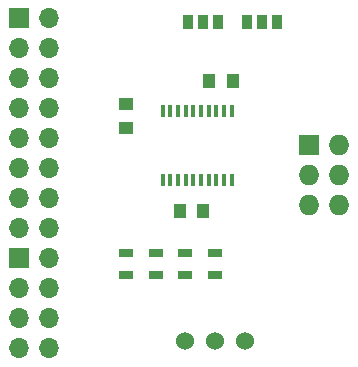
<source format=gbr>
G04 #@! TF.FileFunction,Soldermask,Top*
%FSLAX46Y46*%
G04 Gerber Fmt 4.6, Leading zero omitted, Abs format (unit mm)*
G04 Created by KiCad (PCBNEW 4.0.7-e2-6376~58~ubuntu16.04.1) date Mon Jan  7 01:20:08 2019*
%MOMM*%
%LPD*%
G01*
G04 APERTURE LIST*
%ADD10C,0.100000*%
%ADD11R,1.000000X1.250000*%
%ADD12R,1.250000X1.000000*%
%ADD13R,0.970000X1.270000*%
%ADD14R,1.700000X1.700000*%
%ADD15O,1.700000X1.700000*%
%ADD16R,1.300000X0.700000*%
%ADD17R,0.400000X1.000000*%
%ADD18R,1.727200X1.727200*%
%ADD19O,1.727200X1.727200*%
%ADD20C,1.524000*%
G04 APERTURE END LIST*
D10*
D11*
X180500000Y-98000000D03*
X182500000Y-98000000D03*
X180000000Y-109000000D03*
X178000000Y-109000000D03*
D12*
X173500000Y-100000000D03*
X173500000Y-102000000D03*
D13*
X186270000Y-93000000D03*
X185000000Y-93000000D03*
X183730000Y-93000000D03*
X181270000Y-93000000D03*
X180000000Y-93000000D03*
X178730000Y-93000000D03*
D14*
X164370000Y-92710000D03*
D15*
X166910000Y-92710000D03*
X164370000Y-95250000D03*
X166910000Y-95250000D03*
X164370000Y-97790000D03*
X166910000Y-97790000D03*
X164370000Y-100330000D03*
X166910000Y-100330000D03*
X164370000Y-102870000D03*
X166910000Y-102870000D03*
X164370000Y-105410000D03*
X166910000Y-105410000D03*
X164370000Y-107950000D03*
X166910000Y-107950000D03*
X164370000Y-110490000D03*
X166910000Y-110490000D03*
D14*
X164370000Y-113030000D03*
D15*
X166910000Y-113030000D03*
X164370000Y-115570000D03*
X166910000Y-115570000D03*
X164370000Y-118110000D03*
X166910000Y-118110000D03*
X164370000Y-120650000D03*
X166910000Y-120650000D03*
D16*
X173500000Y-114450000D03*
X173500000Y-112550000D03*
X176000000Y-114450000D03*
X176000000Y-112550000D03*
X178500000Y-114450000D03*
X178500000Y-112550000D03*
X181000000Y-114450000D03*
X181000000Y-112550000D03*
D17*
X182425000Y-100600000D03*
X181775000Y-100600000D03*
X181125000Y-100600000D03*
X180475000Y-100600000D03*
X179825000Y-100600000D03*
X179175000Y-100600000D03*
X178525000Y-100600000D03*
X177875000Y-100600000D03*
X177225000Y-100600000D03*
X176575000Y-100600000D03*
X176575000Y-106400000D03*
X177225000Y-106400000D03*
X177875000Y-106400000D03*
X178525000Y-106400000D03*
X179175000Y-106400000D03*
X179825000Y-106400000D03*
X180475000Y-106400000D03*
X181125000Y-106400000D03*
X181775000Y-106400000D03*
X182425000Y-106400000D03*
D18*
X189000000Y-103460000D03*
D19*
X191540000Y-103460000D03*
X189000000Y-106000000D03*
X191540000Y-106000000D03*
X189000000Y-108540000D03*
X191540000Y-108540000D03*
D20*
X183580000Y-120000000D03*
X181040000Y-120000000D03*
X178500000Y-120000000D03*
M02*

</source>
